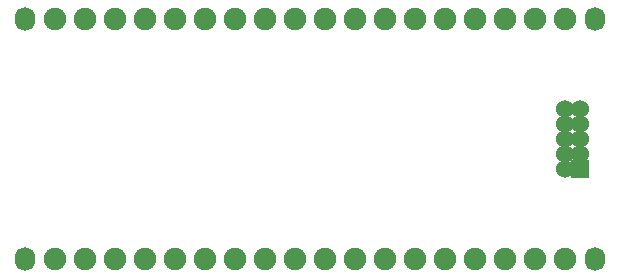
<source format=gbs>
G04 (created by PCBNEW-RS274X (2012-01-19 BZR 3256)-stable) date 24/08/2012 17:37:12*
G01*
G70*
G90*
%MOIN*%
G04 Gerber Fmt 3.4, Leading zero omitted, Abs format*
%FSLAX34Y34*%
G04 APERTURE LIST*
%ADD10C,0.006000*%
%ADD11C,0.075000*%
%ADD12O,0.067200X0.079100*%
%ADD13R,0.060000X0.060000*%
%ADD14C,0.060000*%
G04 APERTURE END LIST*
G54D10*
G54D11*
X04343Y00500D03*
X09343Y08500D03*
X08343Y08500D03*
X06343Y08500D03*
X05343Y08500D03*
X12343Y00500D03*
X13343Y00500D03*
X14343Y00500D03*
X15343Y00500D03*
X16343Y00500D03*
X17343Y00500D03*
X10343Y08500D03*
X03343Y00500D03*
X02343Y00500D03*
X01343Y00500D03*
X02343Y08500D03*
X03343Y08500D03*
G54D12*
X00343Y00500D03*
G54D11*
X13343Y08500D03*
X06343Y00500D03*
X07343Y00500D03*
X08343Y00500D03*
X18343Y00500D03*
G54D12*
X19343Y08500D03*
G54D11*
X18343Y08500D03*
X17343Y08500D03*
X16343Y08500D03*
X15343Y08500D03*
X14343Y08500D03*
X05343Y00500D03*
G54D12*
X19343Y00500D03*
X00343Y08500D03*
G54D11*
X04343Y08500D03*
X07343Y08500D03*
X09343Y00500D03*
X10343Y00500D03*
X11343Y00500D03*
X12343Y08500D03*
X11343Y08500D03*
X01343Y08500D03*
G54D13*
X18843Y03500D03*
G54D14*
X18343Y03500D03*
X18843Y04000D03*
X18343Y04000D03*
X18843Y04500D03*
X18343Y04500D03*
X18843Y05000D03*
X18343Y05000D03*
X18843Y05500D03*
X18343Y05500D03*
M02*

</source>
